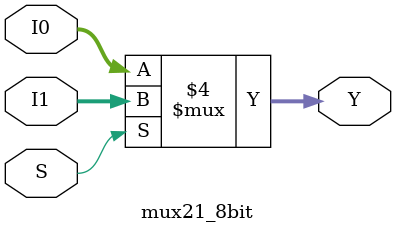
<source format=v>
`timescale 1ns / 1ps
module mux21_8bit(
    input [7:0] I0,
    input [7:0] I1,
    input S,
    output reg [7:0] Y
    );

	always @*
	begin
		if(S == 1) Y = I1;
		else  		Y = I0;
	end

endmodule

</source>
